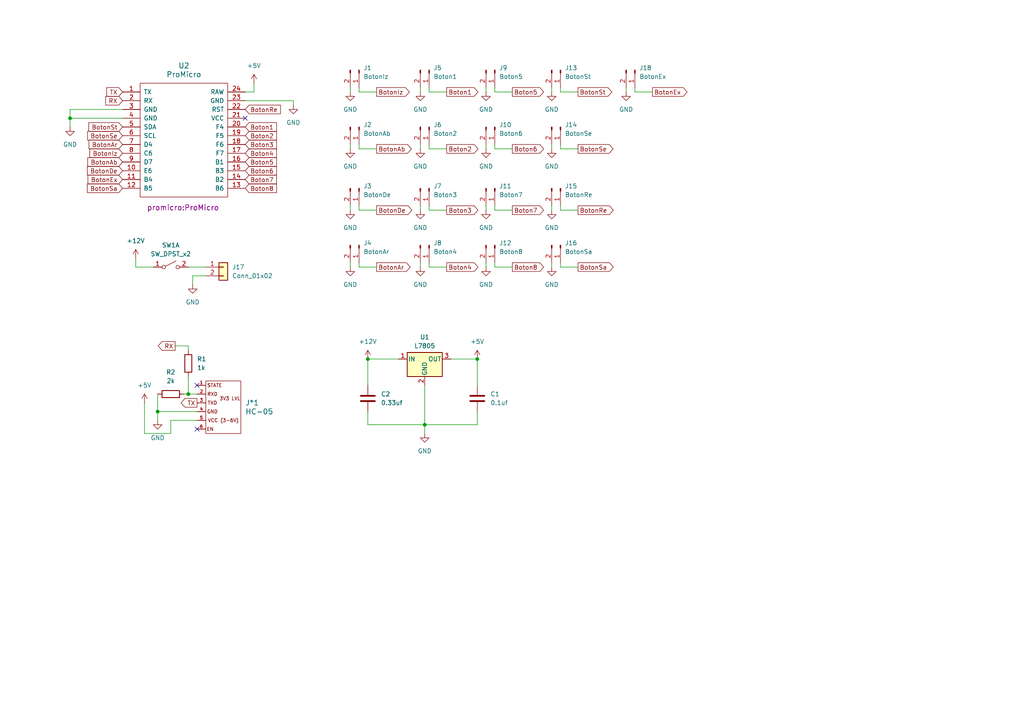
<source format=kicad_sch>
(kicad_sch (version 20250114) (generator "eeschema") (generator_version "9.0")
  (paper "A4")
  (lib_symbols
    (symbol "Connector:Conn_01x02_Pin" (pin_names (offset 1.016) (hide yes))
      (property "Reference" "J" (at 0 2.54 0))
      (property "Value" "Conn_01x02_Pin" (at 0 -5.08 0))
      (symbol "Conn_01x02_Pin_1_1"
        (rectangle (start 0.8636 0.127) (end 0 -0.127) (stroke (width 0.1524)) (fill (type outline)))
        (rectangle (start 0.8636 -2.413) (end 0 -2.667) (stroke (width 0.1524)) (fill (type outline)))
        (polyline (pts (xy 1.27 0) (xy 0.8636 0)) (stroke (width 0.1524)))
        (polyline (pts (xy 1.27 -2.54) (xy 0.8636 -2.54)) (stroke (width 0.1524)))
        (pin passive line (at 5.08 0 180) (length 3.81) (name "Pin_1") (number "1"))
        (pin passive line (at 5.08 -2.54 180) (length 3.81) (name "Pin_2") (number "2"))
      )
    )
    (symbol "Connector_Generic:Conn_01x02" (pin_names (offset 1.016) (hide yes))
      (property "Reference" "J" (at 0 2.54 0))
      (property "Value" "Conn_01x02" (at 0 -5.08 0))
      (symbol "Conn_01x02_1_1"
        (rectangle (start -1.27 1.27) (end 1.27 -3.81) (stroke (width 0.254)) (fill (type background)))
        (rectangle (start -1.27 0.127) (end 0 -0.127) (stroke (width 0.1524)))
        (rectangle (start -1.27 -2.413) (end 0 -2.667) (stroke (width 0.1524)))
        (pin passive line (at -5.08 0 0) (length 3.81) (name "Pin_1") (number "1"))
        (pin passive line (at -5.08 -2.54 0) (length 3.81) (name "Pin_2") (number "2"))
      )
    )
    (symbol "Device:C" (pin_numbers (hide yes)) (pin_names (offset 0.254))
      (property "Reference" "C" (at 0.635 2.54 0))
      (property "Value" "C" (at 0.635 -2.54 0))
      (symbol "C_0_1"
        (polyline (pts (xy -2.032 0.762) (xy 2.032 0.762)) (stroke (width 0.508)))
        (polyline (pts (xy -2.032 -0.762) (xy 2.032 -0.762)) (stroke (width 0.508)))
      )
      (symbol "C_1_1"
        (pin passive line (at 0 3.81 270) (length 2.794) (name "~") (number "1"))
        (pin passive line (at 0 -3.81 90) (length 2.794) (name "~") (number "2"))
      )
    )
    (symbol "Device:R" (pin_numbers (hide yes)) (pin_names (offset 0))
      (property "Reference" "R" (at 2.032 0 90))
      (property "Value" "R" (at 0 0 90))
      (symbol "R_0_1"
        (rectangle (start -1.016 -2.54) (end 1.016 2.54) (stroke (width 0.254)))
      )
      (symbol "R_1_1"
        (pin passive line (at 0 3.81 270) (length 1.27) (name "~") (number "1"))
        (pin passive line (at 0 -3.81 90) (length 1.27) (name "~") (number "2"))
      )
    )
    (symbol "EESTN5:HC-05" (pin_names (offset 0))
      (property "Reference" "J*" (at 1.27 10.16 0))
      (property "Value" "HC-05" (at 1.27 -10.16 0))
      (symbol "HC-05_0_0"
        (text "EN" (at 1.27 -6.35 0) (effects (font (size 0.9906 0.9906))))
        (text "RXD" (at 1.905 3.81 0) (effects (font (size 0.9906 0.9906))))
        (text "TXD" (at 1.905 1.27 0) (effects (font (size 0.9906 0.9906))))
        (text "GND" (at 1.905 -1.27 0) (effects (font (size 0.9906 0.9906))))
        (text "STATE" (at 2.54 6.35 0) (effects (font (size 0.9906 0.9906))))
        (text "VCC (3-6V)" (at 5.08 -3.81 0) (effects (font (size 0.9906 0.9906))))
        (text "3V3 LVL" (at 6.985 2.54 0) (effects (font (size 0.9906 0.9906))))
      )
      (symbol "HC-05_0_1"
        (rectangle (start 0 7.62) (end 10.16 -7.62))
      )
      (symbol "HC-05_1_1"
        (pin passive line (at -2.54 6.35 0) (length 2.54) (name "~") (number "1"))
        (pin passive line (at -2.54 3.81 0) (length 2.54) (name "~") (number "2"))
        (pin passive line (at -2.54 1.27 0) (length 2.54) (name "~") (number "3"))
        (pin passive line (at -2.54 -1.27 0) (length 2.54) (name "~") (number "4"))
        (pin input line (at -2.54 -3.81 0) (length 2.54) (name "~") (number "5"))
        (pin input line (at -2.54 -6.35 0) (length 2.54) (name "~") (number "6"))
      )
    )
    (symbol "Regulator_Linear:L7805" (pin_names (offset 0.254))
      (property "Reference" "U" (at -3.81 3.175 0))
      (property "Value" "L7805" (at 0 3.175 0))
      (symbol "L7805_0_1"
        (rectangle (start -5.08 1.905) (end 5.08 -5.08) (stroke (width 0.254)) (fill (type background)))
      )
      (symbol "L7805_1_1"
        (pin power_in line (at -7.62 0 0) (length 2.54) (name "IN") (number "1"))
        (pin power_in line (at 0 -7.62 90) (length 2.54) (name "GND") (number "2"))
        (pin power_out line (at 7.62 0 180) (length 2.54) (name "OUT") (number "3"))
      )
    )
    (symbol "Switch:SW_DPST_x2" (pin_names (offset 0) (hide yes))
      (property "Reference" "SW" (at 0 3.175 0))
      (property "Value" "SW_DPST_x2" (at 0 -2.54 0))
      (symbol "SW_DPST_x2_0_0"
        (circle (center -2.032 0) (radius 0.508))
        (polyline (pts (xy -1.524 0.254) (xy 1.524 1.778)))
        (circle (center 2.032 0) (radius 0.508))
      )
      (symbol "SW_DPST_x2_1_1"
        (pin passive line (at -5.08 0 0) (length 2.54) (name "A") (number "1"))
        (pin passive line (at 5.08 0 180) (length 2.54) (name "B") (number "2"))
      )
      (symbol "SW_DPST_x2_2_1"
        (pin passive line (at -5.08 0 0) (length 2.54) (name "A") (number "3"))
        (pin passive line (at 5.08 0 180) (length 2.54) (name "B") (number "4"))
      )
    )
    (symbol "power:+12V" (power) (pin_numbers (hide yes)) (pin_names (offset 0) (hide yes))
      (property "Value" "+12V" (at 0 3.556 0))
      (symbol "+12V_0_1"
        (polyline (pts (xy -0.762 1.27) (xy 0 2.54)))
        (polyline (pts (xy 0 2.54) (xy 0.762 1.27)))
        (polyline (pts (xy 0 0) (xy 0 2.54)))
      )
      (symbol "+12V_1_1"
        (pin power_in line (at 0 0 90) (length 0) (name "~") (number "1"))
      )
    )
    (symbol "power:+5V" (power) (pin_numbers (hide yes)) (pin_names (offset 0) (hide yes))
      (property "Value" "+5V" (at 0 3.556 0))
      (symbol "+5V_0_1"
        (polyline (pts (xy -0.762 1.27) (xy 0 2.54)))
        (polyline (pts (xy 0 2.54) (xy 0.762 1.27)))
        (polyline (pts (xy 0 0) (xy 0 2.54)))
      )
      (symbol "+5V_1_1"
        (pin power_in line (at 0 0 90) (length 0) (name "~") (number "1"))
      )
    )
    (symbol "power:GND" (power) (pin_numbers (hide yes)) (pin_names (offset 0) (hide yes))
      (property "Value" "GND" (at 0 -3.81 0))
      (symbol "GND_0_1"
        (polyline (pts (xy 0 0) (xy 0 -1.27) (xy 1.27 -1.27) (xy 0 -2.54) (xy -1.27 -1.27) (xy 0 -1.27)))
      )
      (symbol "GND_1_1"
        (pin power_in line (at 0 0 270) (length 0) (name "~") (number "1"))
      )
    )
    (symbol "promicro:ProMicro" (pin_names (offset 1.016))
      (property "Reference" "U" (at 0 24.13 0))
      (property "Value" "ProMicro" (at 0 -13.97 0))
      (symbol "ProMicro_0_1"
        (rectangle (start -12.7 21.59) (end 12.7 -11.43))
      )
      (symbol "ProMicro_1_1"
        (pin bidirectional line (at -17.78 19.05 0) (length 5.08) (name "TX") (number "1"))
        (pin bidirectional line (at -17.78 16.51 0) (length 5.08) (name "RX") (number "2"))
        (pin power_in line (at -17.78 13.97 0) (length 5.08) (name "GND") (number "3"))
        (pin power_in line (at -17.78 11.43 0) (length 5.08) (name "GND") (number "4"))
        (pin bidirectional line (at -17.78 8.89 0) (length 5.08) (name "SDA") (number "5"))
        (pin bidirectional line (at -17.78 6.35 0) (length 5.08) (name "SCL") (number "6"))
        (pin bidirectional line (at -17.78 3.81 0) (length 5.08) (name "D4") (number "7"))
        (pin bidirectional line (at -17.78 1.27 0) (length 5.08) (name "C6") (number "8"))
        (pin bidirectional line (at -17.78 -1.27 0) (length 5.08) (name "D7") (number "9"))
        (pin bidirectional line (at -17.78 -3.81 0) (length 5.08) (name "E6") (number "10"))
        (pin bidirectional line (at -17.78 -6.35 0) (length 5.08) (name "B4") (number "11"))
        (pin bidirectional line (at -17.78 -8.89 0) (length 5.08) (name "B5") (number "12"))
        (pin power_out line (at 17.78 19.05 180) (length 5.08) (name "RAW") (number "24"))
        (pin power_in line (at 17.78 16.51 180) (length 5.08) (name "GND") (number "23"))
        (pin input line (at 17.78 13.97 180) (length 5.08) (name "RST") (number "22"))
        (pin power_in line (at 17.78 11.43 180) (length 5.08) (name "VCC") (number "21"))
        (pin bidirectional line (at 17.78 8.89 180) (length 5.08) (name "F4") (number "20"))
        (pin bidirectional line (at 17.78 6.35 180) (length 5.08) (name "F5") (number "19"))
        (pin bidirectional line (at 17.78 3.81 180) (length 5.08) (name "F6") (number "18"))
        (pin bidirectional line (at 17.78 1.27 180) (length 5.08) (name "F7") (number "17"))
        (pin bidirectional line (at 17.78 -1.27 180) (length 5.08) (name "B1") (number "16"))
        (pin bidirectional line (at 17.78 -3.81 180) (length 5.08) (name "B3") (number "15"))
        (pin bidirectional line (at 17.78 -6.35 180) (length 5.08) (name "B2") (number "14"))
        (pin bidirectional line (at 17.78 -8.89 180) (length 5.08) (name "B6") (number "13"))
      )
    )
  )
  (junction (at 20.32 34.29))
  (junction (at 138.43 104.14))
  (junction (at 106.68 104.14))
  (junction (at 45.72 119.38))
  (junction (at 123.19 123.19))
  (junction (at 54.61 114.3))
  (no_connect (at 57.15 124.46))
  (no_connect (at 57.15 111.76))
  (no_connect (at 71.12 34.29))
  (wire (pts (xy 162.56 60.96) (xy 167.64 60.96)))
  (wire (pts (xy 54.61 114.3) (xy 57.15 114.3)))
  (wire (pts (xy 123.19 123.19) (xy 123.19 125.73)))
  (wire (pts (xy 71.12 26.67) (xy 73.66 26.67)))
  (wire (pts (xy 106.68 119.38) (xy 106.68 123.19)))
  (wire (pts (xy 124.46 77.47) (xy 129.54 77.47)))
  (wire (pts (xy 45.72 119.38) (xy 57.15 119.38)))
  (wire (pts (xy 106.68 123.19) (xy 123.19 123.19)))
  (wire (pts (xy 49.53 125.73) (xy 41.91 125.73)))
  (wire (pts (xy 162.56 26.67) (xy 167.64 26.67)))
  (wire (pts (xy 101.6 60.96) (xy 101.6 59.69)))
  (wire (pts (xy 104.14 26.67) (xy 104.14 25.4)))
  (wire (pts (xy 143.51 26.67) (xy 148.59 26.67)))
  (wire (pts (xy 104.14 77.47) (xy 109.22 77.47)))
  (wire (pts (xy 20.32 31.75) (xy 35.56 31.75)))
  (wire (pts (xy 20.32 36.83) (xy 20.32 34.29)))
  (wire (pts (xy 54.61 100.33) (xy 50.8 100.33)))
  (wire (pts (xy 184.15 26.67) (xy 189.23 26.67)))
  (wire (pts (xy 121.92 77.47) (xy 121.92 76.2)))
  (wire (pts (xy 162.56 41.91) (xy 162.56 43.18)))
  (wire (pts (xy 104.14 59.69) (xy 104.14 60.96)))
  (wire (pts (xy 162.56 59.69) (xy 162.56 60.96)))
  (wire (pts (xy 143.51 41.91) (xy 143.51 43.18)))
  (wire (pts (xy 138.43 123.19) (xy 123.19 123.19)))
  (wire (pts (xy 41.91 125.73) (xy 41.91 116.84)))
  (wire (pts (xy 44.45 77.47) (xy 39.37 77.47)))
  (wire (pts (xy 140.97 26.67) (xy 140.97 25.4)))
  (wire (pts (xy 106.68 104.14) (xy 106.68 111.76)))
  (wire (pts (xy 140.97 77.47) (xy 140.97 76.2)))
  (wire (pts (xy 162.56 25.4) (xy 162.56 26.67)))
  (wire (pts (xy 53.34 114.3) (xy 54.61 114.3)))
  (wire (pts (xy 45.72 119.38) (xy 45.72 121.92)))
  (wire (pts (xy 54.61 109.22) (xy 54.61 114.3)))
  (wire (pts (xy 160.02 43.18) (xy 160.02 41.91)))
  (wire (pts (xy 121.92 26.67) (xy 121.92 25.4)))
  (wire (pts (xy 162.56 76.2) (xy 162.56 77.47)))
  (wire (pts (xy 104.14 76.2) (xy 104.14 77.47)))
  (wire (pts (xy 143.51 60.96) (xy 148.59 60.96)))
  (wire (pts (xy 124.46 43.18) (xy 129.54 43.18)))
  (wire (pts (xy 162.56 77.47) (xy 167.64 77.47)))
  (wire (pts (xy 20.32 34.29) (xy 35.56 34.29)))
  (wire (pts (xy 160.02 77.47) (xy 160.02 76.2)))
  (wire (pts (xy 121.92 60.96) (xy 121.92 59.69)))
  (wire (pts (xy 49.53 121.92) (xy 49.53 125.73)))
  (wire (pts (xy 104.14 41.91) (xy 104.14 43.18)))
  (wire (pts (xy 55.88 80.01) (xy 55.88 82.55)))
  (wire (pts (xy 57.15 121.92) (xy 49.53 121.92)))
  (wire (pts (xy 143.51 77.47) (xy 148.59 77.47)))
  (wire (pts (xy 162.56 43.18) (xy 167.64 43.18)))
  (wire (pts (xy 101.6 25.4) (xy 101.6 26.67)))
  (wire (pts (xy 143.51 25.4) (xy 143.51 26.67)))
  (wire (pts (xy 54.61 101.6) (xy 54.61 100.33)))
  (wire (pts (xy 39.37 77.47) (xy 39.37 74.93)))
  (wire (pts (xy 104.14 43.18) (xy 109.22 43.18)))
  (wire (pts (xy 85.09 29.21) (xy 71.12 29.21)))
  (wire (pts (xy 143.51 59.69) (xy 143.51 60.96)))
  (wire (pts (xy 59.69 80.01) (xy 55.88 80.01)))
  (wire (pts (xy 101.6 77.47) (xy 101.6 76.2)))
  (wire (pts (xy 123.19 111.76) (xy 123.19 123.19)))
  (wire (pts (xy 143.51 43.18) (xy 148.59 43.18)))
  (wire (pts (xy 181.61 26.67) (xy 181.61 25.4)))
  (wire (pts (xy 124.46 41.91) (xy 124.46 43.18)))
  (wire (pts (xy 138.43 104.14) (xy 130.81 104.14)))
  (wire (pts (xy 143.51 76.2) (xy 143.51 77.47)))
  (wire (pts (xy 138.43 111.76) (xy 138.43 104.14)))
  (wire (pts (xy 101.6 43.18) (xy 101.6 41.91)))
  (wire (pts (xy 104.14 60.96) (xy 109.22 60.96)))
  (wire (pts (xy 20.32 34.29) (xy 20.32 31.75)))
  (wire (pts (xy 124.46 25.4) (xy 124.46 26.67)))
  (wire (pts (xy 124.46 26.67) (xy 129.54 26.67)))
  (wire (pts (xy 73.66 26.67) (xy 73.66 24.13)))
  (wire (pts (xy 160.02 60.96) (xy 160.02 59.69)))
  (wire (pts (xy 104.14 26.67) (xy 109.22 26.67)))
  (wire (pts (xy 45.72 114.3) (xy 45.72 119.38)))
  (wire (pts (xy 115.57 104.14) (xy 106.68 104.14)))
  (wire (pts (xy 124.46 76.2) (xy 124.46 77.47)))
  (wire (pts (xy 124.46 59.69) (xy 124.46 60.96)))
  (wire (pts (xy 140.97 60.96) (xy 140.97 59.69)))
  (wire (pts (xy 54.61 77.47) (xy 59.69 77.47)))
  (wire (pts (xy 138.43 119.38) (xy 138.43 123.19)))
  (wire (pts (xy 184.15 25.4) (xy 184.15 26.67)))
  (wire (pts (xy 160.02 26.67) (xy 160.02 25.4)))
  (wire (pts (xy 124.46 60.96) (xy 129.54 60.96)))
  (wire (pts (xy 140.97 43.18) (xy 140.97 41.91)))
  (wire (pts (xy 121.92 43.18) (xy 121.92 41.91)))
  (wire (pts (xy 85.09 30.48) (xy 85.09 29.21)))
  (global_label "Boton3" (shape input) (at 71.12 41.91 0) (property "Intersheetrefs" "${INTERSHEET_REFS}" (effects (hide yes))))
  (global_label "BotonSt" (shape output) (at 167.64 26.67 0) (property "Intersheetrefs" "${INTERSHEET_REFS}" (effects (hide yes))))
  (global_label "RX" (shape input) (at 35.56 29.21 180) (property "Intersheetrefs" "${INTERSHEET_REFS}" (effects (hide yes))))
  (global_label "Boton6" (shape output) (at 148.59 43.18 0) (property "Intersheetrefs" "${INTERSHEET_REFS}" (effects (hide yes))))
  (global_label "BotonSa" (shape output) (at 167.64 77.47 0) (property "Intersheetrefs" "${INTERSHEET_REFS}" (effects (hide yes))))
  (global_label "RX" (shape output) (at 50.8 100.33 180) (property "Intersheetrefs" "${INTERSHEET_REFS}" (effects (hide yes))))
  (global_label "Boton1" (shape output) (at 129.54 26.67 0) (property "Intersheetrefs" "${INTERSHEET_REFS}" (effects (hide yes))))
  (global_label "Boton5" (shape output) (at 148.59 26.67 0) (property "Intersheetrefs" "${INTERSHEET_REFS}" (effects (hide yes))))
  (global_label "BotonIz" (shape output) (at 109.22 26.67 0) (property "Intersheetrefs" "${INTERSHEET_REFS}" (effects (hide yes))))
  (global_label "BotonAr" (shape output) (at 109.22 77.47 0) (property "Intersheetrefs" "${INTERSHEET_REFS}" (effects (hide yes))))
  (global_label "Boton2" (shape input) (at 71.12 39.37 0) (property "Intersheetrefs" "${INTERSHEET_REFS}" (effects (hide yes))))
  (global_label "Boton5" (shape input) (at 71.12 46.99 0) (property "Intersheetrefs" "${INTERSHEET_REFS}" (effects (hide yes))))
  (global_label "TX" (shape input) (at 35.56 26.67 180) (property "Intersheetrefs" "${INTERSHEET_REFS}" (effects (hide yes))))
  (global_label "BotonDe" (shape output) (at 109.22 60.96 0) (property "Intersheetrefs" "${INTERSHEET_REFS}" (effects (hide yes))))
  (global_label "BotonEx" (shape output) (at 189.23 26.67 0) (property "Intersheetrefs" "${INTERSHEET_REFS}" (effects (hide yes))))
  (global_label "Boton8" (shape input) (at 71.12 54.61 0) (property "Intersheetrefs" "${INTERSHEET_REFS}" (effects (hide yes))))
  (global_label "BotonIz" (shape input) (at 35.56 44.45 180) (property "Intersheetrefs" "${INTERSHEET_REFS}" (effects (hide yes))))
  (global_label "BotonEx" (shape input) (at 35.56 52.07 180) (property "Intersheetrefs" "${INTERSHEET_REFS}" (effects (hide yes))))
  (global_label "Boton1" (shape input) (at 71.12 36.83 0) (property "Intersheetrefs" "${INTERSHEET_REFS}" (effects (hide yes))))
  (global_label "BotonAr" (shape input) (at 35.56 41.91 180) (property "Intersheetrefs" "${INTERSHEET_REFS}" (effects (hide yes))))
  (global_label "Boton7" (shape output) (at 148.59 60.96 0) (property "Intersheetrefs" "${INTERSHEET_REFS}" (effects (hide yes))))
  (global_label "Boton4" (shape output) (at 129.54 77.47 0) (property "Intersheetrefs" "${INTERSHEET_REFS}" (effects (hide yes))))
  (global_label "BotonRe" (shape output) (at 167.64 60.96 0) (property "Intersheetrefs" "${INTERSHEET_REFS}" (effects (hide yes))))
  (global_label "Boton6" (shape input) (at 71.12 49.53 0) (property "Intersheetrefs" "${INTERSHEET_REFS}" (effects (hide yes))))
  (global_label "BotonDe" (shape input) (at 35.56 49.53 180) (property "Intersheetrefs" "${INTERSHEET_REFS}" (effects (hide yes))))
  (global_label "BotonSe" (shape output) (at 167.64 43.18 0) (property "Intersheetrefs" "${INTERSHEET_REFS}" (effects (hide yes))))
  (global_label "Boton3" (shape output) (at 129.54 60.96 0) (property "Intersheetrefs" "${INTERSHEET_REFS}" (effects (hide yes))))
  (global_label "Boton4" (shape input) (at 71.12 44.45 0) (property "Intersheetrefs" "${INTERSHEET_REFS}" (effects (hide yes))))
  (global_label "BotonAb" (shape input) (at 35.56 46.99 180) (property "Intersheetrefs" "${INTERSHEET_REFS}" (effects (hide yes))))
  (global_label "BotonSa" (shape input) (at 35.56 54.61 180) (property "Intersheetrefs" "${INTERSHEET_REFS}" (effects (hide yes))))
  (global_label "BotonSe" (shape input) (at 35.56 39.37 180) (property "Intersheetrefs" "${INTERSHEET_REFS}" (effects (hide yes))))
  (global_label "Boton7" (shape input) (at 71.12 52.07 0) (property "Intersheetrefs" "${INTERSHEET_REFS}" (effects (hide yes))))
  (global_label "BotonAb" (shape output) (at 109.22 43.18 0) (property "Intersheetrefs" "${INTERSHEET_REFS}" (effects (hide yes))))
  (global_label "Boton2" (shape output) (at 129.54 43.18 0) (property "Intersheetrefs" "${INTERSHEET_REFS}" (effects (hide yes))))
  (global_label "BotonSt" (shape input) (at 35.56 36.83 180) (property "Intersheetrefs" "${INTERSHEET_REFS}" (effects (hide yes))))
  (global_label "BotonRe" (shape input) (at 71.12 31.75 0) (property "Intersheetrefs" "${INTERSHEET_REFS}" (effects (hide yes))))
  (global_label "TX" (shape output) (at 57.15 116.84 180) (property "Intersheetrefs" "${INTERSHEET_REFS}" (effects (hide yes))))
  (global_label "Boton8" (shape output) (at 148.59 77.47 0) (property "Intersheetrefs" "${INTERSHEET_REFS}" (effects (hide yes))))
  (symbol (lib_id "Connector_Generic:Conn_01x02") (at 64.77 77.47 0) (unit 1)
    (property "Reference" "J17" (at 67.31 77.4699 0) (effects (justify left)))
    (property "Value" "Conn_01x02" (at 67.31 80.0099 0) (effects (justify left)))
    (property "Footprint" "TerminalBlock:TerminalBlock_MaiXu_MX126-5.0-02P_1x02_P5.00mm" (effects (hide yes)))
    (property "Description" "Generic connector, single row, 01x02, script generated (kicad-library-utils/schlib/autogen/connector/)" (effects (hide yes)))
  )
  (symbol (lib_id "Connector:Conn_01x02_Pin") (at 162.56 20.32 270) (unit 1)
    (property "Reference" "J13" (at 163.83 19.6849 90) (effects (justify left)))
    (property "Value" "BotonSt" (at 163.83 22.2249 90) (effects (justify left)))
    (property "Footprint" "Connector_PinHeader_2.54mm:PinHeader_1x02_P2.54mm_Vertical" (effects (hide yes)))
    (property "Description" "Generic connector, single row, 01x02, script generated" (effects (hide yes)))
  )
  (symbol (lib_id "power:GND") (at 140.97 26.67 0) (unit 1)
    (property "Reference" "#PWR014" (effects (hide yes)))
    (property "Value" "GND" (at 140.97 31.75 0))
    (property "Description" "Power symbol creates a global label with name \"GND\" , ground" (effects (hide yes)))
  )
  (symbol (lib_id "Connector:Conn_01x02_Pin") (at 124.46 20.32 270) (unit 1)
    (property "Reference" "J5" (at 125.73 19.6849 90) (effects (justify left)))
    (property "Value" "Boton1" (at 125.73 22.2249 90) (effects (justify left)))
    (property "Footprint" "Connector_PinHeader_2.54mm:PinHeader_1x02_P2.54mm_Vertical" (effects (hide yes)))
    (property "Description" "Generic connector, single row, 01x02, script generated" (effects (hide yes)))
  )
  (symbol (lib_id "Connector:Conn_01x02_Pin") (at 143.51 54.61 270) (unit 1)
    (property "Reference" "J11" (at 144.78 53.9749 90) (effects (justify left)))
    (property "Value" "Boton7" (at 144.78 56.5149 90) (effects (justify left)))
    (property "Footprint" "Connector_PinHeader_2.54mm:PinHeader_1x02_P2.54mm_Vertical" (effects (hide yes)))
    (property "Description" "Generic connector, single row, 01x02, script generated" (effects (hide yes)))
  )
  (symbol (lib_id "Connector:Conn_01x02_Pin") (at 143.51 20.32 270) (unit 1)
    (property "Reference" "J9" (at 144.78 19.6849 90) (effects (justify left)))
    (property "Value" "Boton5" (at 144.78 22.2249 90) (effects (justify left)))
    (property "Footprint" "Connector_PinHeader_2.54mm:PinHeader_1x02_P2.54mm_Vertical" (effects (hide yes)))
    (property "Description" "Generic connector, single row, 01x02, script generated" (effects (hide yes)))
  )
  (symbol (lib_id "Connector:Conn_01x02_Pin") (at 184.15 20.32 270) (unit 1)
    (property "Reference" "J18" (at 185.42 19.6849 90) (effects (justify left)))
    (property "Value" "BotonEx" (at 185.42 22.2249 90) (effects (justify left)))
    (property "Footprint" "Connector_PinHeader_2.54mm:PinHeader_1x02_P2.54mm_Vertical" (effects (hide yes)))
    (property "Description" "Generic connector, single row, 01x02, script generated" (effects (hide yes)))
  )
  (symbol (lib_id "Regulator_Linear:L7805") (at 123.19 104.14 0) (unit 1)
    (property "Reference" "U1" (at 123.19 97.79 0))
    (property "Value" "L7805" (at 123.19 100.33 0))
    (property "Footprint" "Package_TO_SOT_SMD:TO-263-3_TabPin2" (effects (hide yes)))
    (property "Datasheet" "http://www.st.com/content/ccc/resource/technical/document/datasheet/41/4f/b3/b0/12/d4/47/88/CD00000444.pdf/files/CD00000444.pdf/jcr:content/translations/en.CD00000444.pdf" (effects (hide yes)))
    (property "Description" "Positive 1.5A 35V Linear Regulator, Fixed Output 5V, TO-220/TO-263/TO-252" (effects (hide yes)))
  )
  (symbol (lib_id "power:GND") (at 123.19 125.73 0) (unit 1)
    (property "Reference" "#PWR03" (effects (hide yes)))
    (property "Value" "GND" (at 123.19 130.81 0))
    (property "Description" "Power symbol creates a global label with name \"GND\" , ground" (effects (hide yes)))
  )
  (symbol (lib_id "Device:R") (at 54.61 105.41 0) (unit 1)
    (property "Reference" "R1" (at 57.15 104.1399 0) (effects (justify left)))
    (property "Value" "1k" (at 57.15 106.6799 0) (effects (justify left)))
    (property "Footprint" "EESTN5:C_0805" (effects (hide yes)))
    (property "Description" "Resistor" (effects (hide yes)))
  )
  (symbol (lib_id "power:GND") (at 101.6 43.18 0) (unit 1)
    (property "Reference" "#PWR07" (effects (hide yes)))
    (property "Value" "GND" (at 101.6 48.26 0))
    (property "Description" "Power symbol creates a global label with name \"GND\" , ground" (effects (hide yes)))
  )
  (symbol (lib_id "power:GND") (at 160.02 60.96 0) (unit 1)
    (property "Reference" "#PWR020" (effects (hide yes)))
    (property "Value" "GND" (at 160.02 66.04 0))
    (property "Description" "Power symbol creates a global label with name \"GND\" , ground" (effects (hide yes)))
  )
  (symbol (lib_id "power:GND") (at 121.92 43.18 0) (unit 1)
    (property "Reference" "#PWR011" (effects (hide yes)))
    (property "Value" "GND" (at 121.92 48.26 0))
    (property "Description" "Power symbol creates a global label with name \"GND\" , ground" (effects (hide yes)))
  )
  (symbol (lib_id "Connector:Conn_01x02_Pin") (at 124.46 36.83 270) (unit 1)
    (property "Reference" "J6" (at 125.73 36.1949 90) (effects (justify left)))
    (property "Value" "Boton2" (at 125.73 38.7349 90) (effects (justify left)))
    (property "Footprint" "Connector_PinHeader_2.54mm:PinHeader_1x02_P2.54mm_Vertical" (effects (hide yes)))
    (property "Description" "Generic connector, single row, 01x02, script generated" (effects (hide yes)))
  )
  (symbol (lib_id "power:GND") (at 101.6 26.67 0) (unit 1)
    (property "Reference" "#PWR05" (effects (hide yes)))
    (property "Value" "GND" (at 101.6 31.75 0))
    (property "Description" "Power symbol creates a global label with name \"GND\" , ground" (effects (hide yes)))
  )
  (symbol (lib_id "Connector:Conn_01x02_Pin") (at 104.14 20.32 270) (unit 1)
    (property "Reference" "J1" (at 105.41 19.6849 90) (effects (justify left)))
    (property "Value" "BotonIz" (at 105.41 22.2249 90) (effects (justify left)))
    (property "Footprint" "Connector_PinHeader_2.54mm:PinHeader_1x02_P2.54mm_Vertical" (effects (hide yes)))
    (property "Description" "Generic connector, single row, 01x02, script generated" (effects (hide yes)))
  )
  (symbol (lib_id "power:GND") (at 140.97 43.18 0) (unit 1)
    (property "Reference" "#PWR015" (effects (hide yes)))
    (property "Value" "GND" (at 140.97 48.26 0))
    (property "Description" "Power symbol creates a global label with name \"GND\" , ground" (effects (hide yes)))
  )
  (symbol (lib_id "power:GND") (at 140.97 77.47 0) (unit 1)
    (property "Reference" "#PWR017" (effects (hide yes)))
    (property "Value" "GND" (at 140.97 82.55 0))
    (property "Description" "Power symbol creates a global label with name \"GND\" , ground" (effects (hide yes)))
  )
  (symbol (lib_id "power:GND") (at 121.92 60.96 0) (unit 1)
    (property "Reference" "#PWR012" (effects (hide yes)))
    (property "Value" "GND" (at 121.92 66.04 0))
    (property "Description" "Power symbol creates a global label with name \"GND\" , ground" (effects (hide yes)))
  )
  (symbol (lib_id "power:GND") (at 101.6 77.47 0) (unit 1)
    (property "Reference" "#PWR09" (effects (hide yes)))
    (property "Value" "GND" (at 101.6 82.55 0))
    (property "Description" "Power symbol creates a global label with name \"GND\" , ground" (effects (hide yes)))
  )
  (symbol (lib_id "power:+5V") (at 41.91 116.84 0) (unit 1)
    (property "Reference" "#PWR024" (effects (hide yes)))
    (property "Value" "+5V" (at 41.91 111.76 0))
    (property "Description" "Power symbol creates a global label with name \"+5V\"" (effects (hide yes)))
  )
  (symbol (lib_id "power:GND") (at 160.02 43.18 0) (unit 1)
    (property "Reference" "#PWR019" (effects (hide yes)))
    (property "Value" "GND" (at 160.02 48.26 0))
    (property "Description" "Power symbol creates a global label with name \"GND\" , ground" (effects (hide yes)))
  )
  (symbol (lib_id "Device:R") (at 49.53 114.3 90) (unit 1)
    (property "Reference" "R2" (at 49.53 107.95 90))
    (property "Value" "2k" (at 49.53 110.49 90))
    (property "Footprint" "EESTN5:C_0805" (effects (hide yes)))
    (property "Description" "Resistor" (effects (hide yes)))
  )
  (symbol (lib_id "power:+5V") (at 73.66 24.13 0) (unit 1)
    (property "Reference" "#PWR021" (effects (hide yes)))
    (property "Value" "+5V" (at 73.66 19.05 0))
    (property "Description" "Power symbol creates a global label with name \"+5V\"" (effects (hide yes)))
  )
  (symbol (lib_id "Device:C") (at 138.43 115.57 0) (unit 1)
    (property "Reference" "C1" (at 142.24 114.2999 0) (effects (justify left)))
    (property "Value" "0.1uf" (at 142.24 116.8399 0) (effects (justify left)))
    (property "Footprint" "Capacitor_SMD:C_0805_2012Metric" (effects (hide yes)))
    (property "Description" "Unpolarized capacitor" (effects (hide yes)))
  )
  (symbol (lib_id "Connector:Conn_01x02_Pin") (at 143.51 71.12 270) (unit 1)
    (property "Reference" "J12" (at 144.78 70.4849 90) (effects (justify left)))
    (property "Value" "Boton8" (at 144.78 73.0249 90) (effects (justify left)))
    (property "Footprint" "Connector_PinHeader_2.54mm:PinHeader_1x02_P2.54mm_Vertical" (effects (hide yes)))
    (property "Description" "Generic connector, single row, 01x02, script generated" (effects (hide yes)))
  )
  (symbol (lib_id "power:+12V") (at 39.37 74.93 0) (unit 1)
    (property "Reference" "#PWR026" (effects (hide yes)))
    (property "Value" "+12V" (at 39.37 69.85 0))
    (property "Description" "Power symbol creates a global label with name \"+12V\"" (effects (hide yes)))
  )
  (symbol (lib_id "Connector:Conn_01x02_Pin") (at 104.14 54.61 270) (unit 1)
    (property "Reference" "J3" (at 105.41 53.9749 90) (effects (justify left)))
    (property "Value" "BotonDe" (at 105.41 56.5149 90) (effects (justify left)))
    (property "Footprint" "Connector_PinHeader_2.54mm:PinHeader_1x02_P2.54mm_Vertical" (effects (hide yes)))
    (property "Description" "Generic connector, single row, 01x02, script generated" (effects (hide yes)))
  )
  (symbol (lib_id "Connector:Conn_01x02_Pin") (at 124.46 54.61 270) (unit 1)
    (property "Reference" "J7" (at 125.73 53.9749 90) (effects (justify left)))
    (property "Value" "Boton3" (at 125.73 56.5149 90) (effects (justify left)))
    (property "Footprint" "Connector_PinHeader_2.54mm:PinHeader_1x02_P2.54mm_Vertical" (effects (hide yes)))
    (property "Description" "Generic connector, single row, 01x02, script generated" (effects (hide yes)))
  )
  (symbol (lib_id "power:GND") (at 85.09 30.48 0) (unit 1)
    (property "Reference" "#PWR04" (effects (hide yes)))
    (property "Value" "GND" (at 85.09 35.56 0))
    (property "Description" "Power symbol creates a global label with name \"GND\" , ground" (effects (hide yes)))
  )
  (symbol (lib_id "power:GND") (at 101.6 60.96 0) (unit 1)
    (property "Reference" "#PWR08" (effects (hide yes)))
    (property "Value" "GND" (at 101.6 66.04 0))
    (property "Description" "Power symbol creates a global label with name \"GND\" , ground" (effects (hide yes)))
  )
  (symbol (lib_id "EESTN5:HC-05") (at 59.69 118.11 0) (unit 1)
    (property "Reference" "J*1" (at 71.12 116.8399 0) (effects (font (size 1.524 1.524)) (justify left)))
    (property "Value" "HC-05" (at 71.12 119.3799 0) (effects (font (size 1.524 1.524)) (justify left)))
    (property "Footprint" "EESTN5:HC-05" (effects (hide yes)))
  )
  (symbol (lib_id "power:GND") (at 140.97 60.96 0) (unit 1)
    (property "Reference" "#PWR016" (effects (hide yes)))
    (property "Value" "GND" (at 140.97 66.04 0))
    (property "Description" "Power symbol creates a global label with name \"GND\" , ground" (effects (hide yes)))
  )
  (symbol (lib_id "Connector:Conn_01x02_Pin") (at 104.14 71.12 270) (unit 1)
    (property "Reference" "J4" (at 105.41 70.4849 90) (effects (justify left)))
    (property "Value" "BotonAr" (at 105.41 73.0249 90) (effects (justify left)))
    (property "Footprint" "Connector_PinHeader_2.54mm:PinHeader_1x02_P2.54mm_Vertical" (effects (hide yes)))
    (property "Description" "Generic connector, single row, 01x02, script generated" (effects (hide yes)))
  )
  (symbol (lib_id "power:GND") (at 121.92 26.67 0) (unit 1)
    (property "Reference" "#PWR010" (effects (hide yes)))
    (property "Value" "GND" (at 121.92 31.75 0))
    (property "Description" "Power symbol creates a global label with name \"GND\" , ground" (effects (hide yes)))
  )
  (symbol (lib_id "Connector:Conn_01x02_Pin") (at 162.56 36.83 270) (unit 1)
    (property "Reference" "J14" (at 163.83 36.1949 90) (effects (justify left)))
    (property "Value" "BotonSe" (at 163.83 38.7349 90) (effects (justify left)))
    (property "Footprint" "Connector_PinHeader_2.54mm:PinHeader_1x02_P2.54mm_Vertical" (effects (hide yes)))
    (property "Description" "Generic connector, single row, 01x02, script generated" (effects (hide yes)))
  )
  (symbol (lib_id "Switch:SW_DPST_x2") (at 49.53 77.47 0) (unit 1)
    (property "Reference" "SW1" (at 49.53 71.12 0))
    (property "Value" "SW_DPST_x2" (at 49.53 73.66 0))
    (property "Footprint" "Button_Switch_THT:SW_PUSH_1P1T_6x3.5mm_H5.0_APEM_MJTP1250" (effects (hide yes)))
    (property "Description" "Single Pole Single Throw (SPST) switch, separate symbol" (effects (hide yes)))
  )
  (symbol (lib_id "power:GND") (at 45.72 121.92 0) (unit 1)
    (property "Reference" "#PWR023" (effects (hide yes)))
    (property "Value" "GND" (at 45.72 127 0))
    (property "Description" "Power symbol creates a global label with name \"GND\" , ground" (effects (hide yes)))
  )
  (symbol (lib_id "Connector:Conn_01x02_Pin") (at 124.46 71.12 270) (unit 1)
    (property "Reference" "J8" (at 125.73 70.4849 90) (effects (justify left)))
    (property "Value" "Boton4" (at 125.73 73.0249 90) (effects (justify left)))
    (property "Footprint" "Connector_PinHeader_2.54mm:PinHeader_1x02_P2.54mm_Vertical" (effects (hide yes)))
    (property "Description" "Generic connector, single row, 01x02, script generated" (effects (hide yes)))
  )
  (symbol (lib_id "power:+5V") (at 138.43 104.14 0) (unit 1)
    (property "Reference" "#PWR02" (effects (hide yes)))
    (property "Value" "+5V" (at 138.43 99.06 0))
    (property "Description" "Power symbol creates a global label with name \"+5V\"" (effects (hide yes)))
  )
  (symbol (lib_id "power:GND") (at 181.61 26.67 0) (unit 1)
    (property "Reference" "#PWR027" (effects (hide yes)))
    (property "Value" "GND" (at 181.61 31.75 0))
    (property "Description" "Power symbol creates a global label with name \"GND\" , ground" (effects (hide yes)))
  )
  (symbol (lib_id "Connector:Conn_01x02_Pin") (at 162.56 71.12 270) (unit 1)
    (property "Reference" "J16" (at 163.83 70.4849 90) (effects (justify left)))
    (property "Value" "BotonSa" (at 163.83 73.0249 90) (effects (justify left)))
    (property "Footprint" "Connector_PinHeader_2.54mm:PinHeader_1x02_P2.54mm_Vertical" (effects (hide yes)))
    (property "Description" "Generic connector, single row, 01x02, script generated" (effects (hide yes)))
  )
  (symbol (lib_id "power:GND") (at 55.88 82.55 0) (unit 1)
    (property "Reference" "#PWR025" (effects (hide yes)))
    (property "Value" "GND" (at 55.88 87.63 0))
    (property "Description" "Power symbol creates a global label with name \"GND\" , ground" (effects (hide yes)))
  )
  (symbol (lib_id "power:GND") (at 160.02 77.47 0) (unit 1)
    (property "Reference" "#PWR022" (effects (hide yes)))
    (property "Value" "GND" (at 160.02 82.55 0))
    (property "Description" "Power symbol creates a global label with name \"GND\" , ground" (effects (hide yes)))
  )
  (symbol (lib_id "Device:C") (at 106.68 115.57 0) (unit 1)
    (property "Reference" "C2" (at 110.49 114.2999 0) (effects (justify left)))
    (property "Value" "0.33uf" (at 110.49 116.8399 0) (effects (justify left)))
    (property "Footprint" "Capacitor_SMD:C_0805_2012Metric" (effects (hide yes)))
    (property "Description" "Unpolarized capacitor" (effects (hide yes)))
  )
  (symbol (lib_id "power:GND") (at 20.32 36.83 0) (unit 1)
    (property "Reference" "#PWR06" (effects (hide yes)))
    (property "Value" "GND" (at 20.32 41.91 0))
    (property "Description" "Power symbol creates a global label with name \"GND\" , ground" (effects (hide yes)))
  )
  (symbol (lib_id "power:+12V") (at 106.68 104.14 0) (unit 1)
    (property "Reference" "#PWR01" (effects (hide yes)))
    (property "Value" "+12V" (at 106.68 99.06 0))
    (property "Description" "Power symbol creates a global label with name \"+12V\"" (effects (hide yes)))
  )
  (symbol (lib_id "Connector:Conn_01x02_Pin") (at 143.51 36.83 270) (unit 1)
    (property "Reference" "J10" (at 144.78 36.1949 90) (effects (justify left)))
    (property "Value" "Boton6" (at 144.78 38.7349 90) (effects (justify left)))
    (property "Footprint" "Connector_PinHeader_2.54mm:PinHeader_1x02_P2.54mm_Vertical" (effects (hide yes)))
    (property "Description" "Generic connector, single row, 01x02, script generated" (effects (hide yes)))
  )
  (symbol (lib_id "Connector:Conn_01x02_Pin") (at 162.56 54.61 270) (unit 1)
    (property "Reference" "J15" (at 163.83 53.9749 90) (effects (justify left)))
    (property "Value" "BotonRe" (at 163.83 56.5149 90) (effects (justify left)))
    (property "Footprint" "Connector_PinHeader_2.54mm:PinHeader_1x02_P2.54mm_Vertical" (effects (hide yes)))
    (property "Description" "Generic connector, single row, 01x02, script generated" (effects (hide yes)))
  )
  (symbol (lib_id "power:GND") (at 160.02 26.67 0) (unit 1)
    (property "Reference" "#PWR018" (effects (hide yes)))
    (property "Value" "GND" (at 160.02 31.75 0))
    (property "Description" "Power symbol creates a global label with name \"GND\" , ground" (effects (hide yes)))
  )
  (symbol (lib_id "promicro:ProMicro") (at 53.34 45.72 0) (unit 1)
    (property "Reference" "U2" (at 53.34 19.05 0) (effects (font (size 1.524 1.524))))
    (property "Value" "ProMicro" (at 53.34 21.59 0) (effects (font (size 1.524 1.524))))
    (property "Footprint" "promicro:ProMicro" (at 53.086 60.198 0) (effects (font (size 1.524 1.524))))
  )
  (symbol (lib_id "Connector:Conn_01x02_Pin") (at 104.14 36.83 270) (unit 1)
    (property "Reference" "J2" (at 105.41 36.1949 90) (effects (justify left)))
    (property "Value" "BotonAb" (at 105.41 38.7349 90) (effects (justify left)))
    (property "Footprint" "Connector_PinHeader_2.54mm:PinHeader_1x02_P2.54mm_Vertical" (effects (hide yes)))
    (property "Description" "Generic connector, single row, 01x02, script generated" (effects (hide yes)))
  )
  (symbol (lib_id "power:GND") (at 121.92 77.47 0) (unit 1)
    (property "Reference" "#PWR013" (effects (hide yes)))
    (property "Value" "GND" (at 121.92 82.55 0))
    (property "Description" "Power symbol creates a global label with name \"GND\" , ground" (effects (hide yes)))
  )
)
</source>
